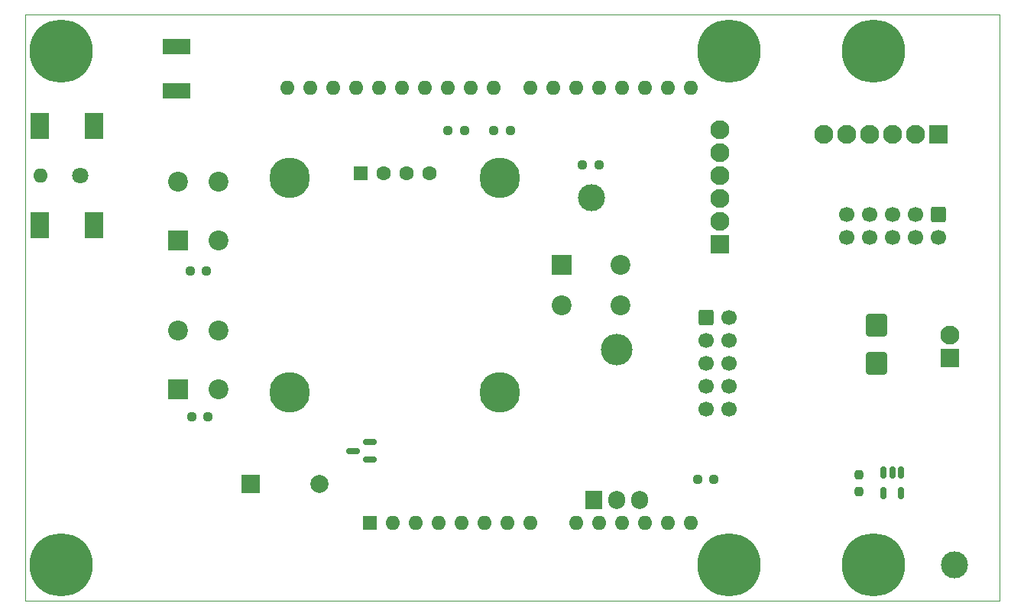
<source format=gbr>
%TF.GenerationSoftware,KiCad,Pcbnew,7.0.7*%
%TF.CreationDate,2023-11-20T16:24:37-05:00*%
%TF.ProjectId,moonratII,6d6f6f6e-7261-4744-9949-2e6b69636164,1.0*%
%TF.SameCoordinates,Original*%
%TF.FileFunction,Soldermask,Top*%
%TF.FilePolarity,Negative*%
%FSLAX46Y46*%
G04 Gerber Fmt 4.6, Leading zero omitted, Abs format (unit mm)*
G04 Created by KiCad (PCBNEW 7.0.7) date 2023-11-20 16:24:37*
%MOMM*%
%LPD*%
G01*
G04 APERTURE LIST*
G04 Aperture macros list*
%AMRoundRect*
0 Rectangle with rounded corners*
0 $1 Rounding radius*
0 $2 $3 $4 $5 $6 $7 $8 $9 X,Y pos of 4 corners*
0 Add a 4 corners polygon primitive as box body*
4,1,4,$2,$3,$4,$5,$6,$7,$8,$9,$2,$3,0*
0 Add four circle primitives for the rounded corners*
1,1,$1+$1,$2,$3*
1,1,$1+$1,$4,$5*
1,1,$1+$1,$6,$7*
1,1,$1+$1,$8,$9*
0 Add four rect primitives between the rounded corners*
20,1,$1+$1,$2,$3,$4,$5,0*
20,1,$1+$1,$4,$5,$6,$7,0*
20,1,$1+$1,$6,$7,$8,$9,0*
20,1,$1+$1,$8,$9,$2,$3,0*%
G04 Aperture macros list end*
%ADD10C,0.800000*%
%ADD11C,7.000000*%
%ADD12RoundRect,0.237500X0.250000X0.237500X-0.250000X0.237500X-0.250000X-0.237500X0.250000X-0.237500X0*%
%ADD13C,3.000000*%
%ADD14R,2.200000X2.200000*%
%ADD15C,2.200000*%
%ADD16R,2.100000X2.100000*%
%ADD17C,2.100000*%
%ADD18RoundRect,0.237500X0.237500X-0.250000X0.237500X0.250000X-0.237500X0.250000X-0.237500X-0.250000X0*%
%ADD19RoundRect,0.250000X-0.600000X0.600000X-0.600000X-0.600000X0.600000X-0.600000X0.600000X0.600000X0*%
%ADD20C,1.700000*%
%ADD21O,1.600000X1.600000*%
%ADD22C,1.800000*%
%ADD23R,2.000000X3.000000*%
%ADD24R,2.000000X2.999999*%
%ADD25R,3.150000X1.780000*%
%ADD26O,3.500000X3.500000*%
%ADD27R,1.905000X2.000000*%
%ADD28O,1.905000X2.000000*%
%ADD29R,2.000000X2.000000*%
%ADD30C,2.000000*%
%ADD31R,1.600000X1.600000*%
%ADD32C,1.600000*%
%ADD33C,4.500000*%
%ADD34RoundRect,0.250000X-0.900000X1.000000X-0.900000X-1.000000X0.900000X-1.000000X0.900000X1.000000X0*%
%ADD35RoundRect,0.237500X-0.250000X-0.237500X0.250000X-0.237500X0.250000X0.237500X-0.250000X0.237500X0*%
%ADD36RoundRect,0.150000X0.587500X0.150000X-0.587500X0.150000X-0.587500X-0.150000X0.587500X-0.150000X0*%
%ADD37RoundRect,0.150000X-0.150000X0.512500X-0.150000X-0.512500X0.150000X-0.512500X0.150000X0.512500X0*%
%ADD38RoundRect,0.250000X-0.600000X-0.600000X0.600000X-0.600000X0.600000X0.600000X-0.600000X0.600000X0*%
%TA.AperFunction,Profile*%
%ADD39C,0.100000*%
%TD*%
G04 APERTURE END LIST*
D10*
%TO.C,H2*%
X51375000Y-146000000D03*
X52143845Y-144143845D03*
X52143845Y-147856155D03*
X54000000Y-143375000D03*
D11*
X54000000Y-146000000D03*
D10*
X54000000Y-148625000D03*
X55856155Y-144143845D03*
X55856155Y-147856155D03*
X56625000Y-146000000D03*
%TD*%
D12*
%TO.C,R2*%
X103782500Y-97790000D03*
X101957500Y-97790000D03*
%TD*%
D13*
%TO.C,TP2*%
X153000000Y-146000000D03*
%TD*%
D14*
%TO.C,SW1*%
X67000000Y-110000000D03*
D15*
X67000000Y-103500000D03*
X71500000Y-110000000D03*
X71500000Y-103500000D03*
%TD*%
D10*
%TO.C,H3*%
X125375000Y-146000000D03*
X126143845Y-144143845D03*
X126143845Y-147856155D03*
X128000000Y-143375000D03*
D11*
X128000000Y-146000000D03*
D10*
X128000000Y-148625000D03*
X129856155Y-144143845D03*
X129856155Y-147856155D03*
X130625000Y-146000000D03*
%TD*%
D16*
%TO.C,J9*%
X151250000Y-98250000D03*
D17*
X148710000Y-98250000D03*
X146170000Y-98250000D03*
X143630000Y-98250000D03*
X141090000Y-98250000D03*
X138550000Y-98250000D03*
%TD*%
D18*
%TO.C,R7*%
X142400000Y-137842214D03*
X142400000Y-136017214D03*
%TD*%
D19*
%TO.C,J10*%
X151250000Y-107125000D03*
D20*
X151250000Y-109665000D03*
X148710000Y-107125000D03*
X148710000Y-109665000D03*
X146170000Y-107125000D03*
X146170000Y-109665000D03*
X143630000Y-107125000D03*
X143630000Y-109665000D03*
X141090000Y-107125000D03*
X141090000Y-109665000D03*
%TD*%
D21*
%TO.C,J1*%
X51750000Y-102800000D03*
D22*
X56150000Y-102800000D03*
D23*
X57650000Y-97300000D03*
X57650000Y-108300000D03*
X51650000Y-108300000D03*
D24*
X51650000Y-97300000D03*
%TD*%
D12*
%TO.C,R3*%
X113585000Y-101600000D03*
X111760000Y-101600000D03*
%TD*%
D14*
%TO.C,SW3*%
X67000000Y-126500000D03*
D15*
X67000000Y-120000000D03*
X71500000Y-126500000D03*
X71500000Y-120000000D03*
%TD*%
D25*
%TO.C,F1*%
X66840707Y-93429293D03*
X66840707Y-88499293D03*
%TD*%
D16*
%TO.C,J6*%
X127000000Y-110450000D03*
D17*
X127000000Y-107910000D03*
X127000000Y-105370000D03*
X127000000Y-102830000D03*
X127000000Y-100290000D03*
X127000000Y-97750000D03*
%TD*%
D13*
%TO.C,TP1*%
X112749993Y-105250005D03*
%TD*%
D16*
%TO.C,J11*%
X152500000Y-123099714D03*
D17*
X152500000Y-120559714D03*
%TD*%
D10*
%TO.C,H6*%
X141375000Y-146000000D03*
X142143845Y-144143845D03*
X142143845Y-147856155D03*
X144000000Y-143375000D03*
D11*
X144000000Y-146000000D03*
D10*
X144000000Y-148625000D03*
X145856155Y-144143845D03*
X145856155Y-147856155D03*
X146625000Y-146000000D03*
%TD*%
D26*
%TO.C,Q1*%
X115570000Y-122110000D03*
D27*
X113030000Y-138770000D03*
D28*
X115570000Y-138770000D03*
X118110000Y-138770000D03*
%TD*%
D10*
%TO.C,H4*%
X125375000Y-89000000D03*
X126143845Y-87143845D03*
X126143845Y-90856155D03*
X128000000Y-86375000D03*
D11*
X128000000Y-89000000D03*
D10*
X128000000Y-91625000D03*
X129856155Y-87143845D03*
X129856155Y-90856155D03*
X130625000Y-89000000D03*
%TD*%
%TO.C,H1*%
X51375000Y-89000000D03*
X52143845Y-87143845D03*
X52143845Y-90856155D03*
X54000000Y-86375000D03*
D11*
X54000000Y-89000000D03*
D10*
X54000000Y-91625000D03*
X55856155Y-87143845D03*
X55856155Y-90856155D03*
X56625000Y-89000000D03*
%TD*%
D29*
%TO.C,BZ1*%
X75000000Y-137000000D03*
D30*
X82620000Y-137000000D03*
%TD*%
D12*
%TO.C,R4*%
X70312500Y-129600000D03*
X68487500Y-129600000D03*
%TD*%
D31*
%TO.C,J2*%
X87190000Y-102540000D03*
D32*
X89730000Y-102540000D03*
X92270000Y-102540000D03*
X94810000Y-102540000D03*
D33*
X79350000Y-103100000D03*
X102650000Y-103100000D03*
X79350000Y-126900000D03*
X102650000Y-126900000D03*
%TD*%
D14*
%TO.C,SW2*%
X109500000Y-112750000D03*
D15*
X116000000Y-112750000D03*
X109500000Y-117250000D03*
X116000000Y-117250000D03*
%TD*%
D34*
%TO.C,D1*%
X144400000Y-119380000D03*
X144400000Y-123680000D03*
%TD*%
D12*
%TO.C,R5*%
X70112500Y-113400000D03*
X68287500Y-113400000D03*
%TD*%
D35*
%TO.C,R1*%
X124540000Y-136525000D03*
X126365000Y-136525000D03*
%TD*%
D10*
%TO.C,H5*%
X141375000Y-89000000D03*
X142143845Y-87143845D03*
X142143845Y-90856155D03*
X144000000Y-86375000D03*
D11*
X144000000Y-89000000D03*
D10*
X144000000Y-91625000D03*
X145856155Y-87143845D03*
X145856155Y-90856155D03*
X146625000Y-89000000D03*
%TD*%
D36*
%TO.C,Q2*%
X88235000Y-134300000D03*
X88235000Y-132400000D03*
X86360000Y-133350000D03*
%TD*%
D37*
%TO.C,U1*%
X147050000Y-135792214D03*
X146100000Y-135792214D03*
X145150000Y-135792214D03*
X145150000Y-138067214D03*
X147050000Y-138067214D03*
%TD*%
D38*
%TO.C,J5*%
X125460000Y-118600000D03*
D20*
X128000000Y-118600000D03*
X125460000Y-121140000D03*
X128000000Y-121140000D03*
X125460000Y-123680000D03*
X128000000Y-123680000D03*
X125460000Y-126220000D03*
X128000000Y-126220000D03*
X125460000Y-128760000D03*
X128000000Y-128760000D03*
%TD*%
D12*
%TO.C,R6*%
X98702500Y-97790000D03*
X96877500Y-97790000D03*
%TD*%
D31*
%TO.C,A1*%
X88225000Y-141330000D03*
D21*
X90765000Y-141330000D03*
X93305000Y-141330000D03*
X95845000Y-141330000D03*
X98385000Y-141330000D03*
X100925000Y-141330000D03*
X103465000Y-141330000D03*
X106005000Y-141330000D03*
X111085000Y-141330000D03*
X113625000Y-141330000D03*
X116165000Y-141330000D03*
X118705000Y-141330000D03*
X121245000Y-141330000D03*
X123785000Y-141330000D03*
X123785000Y-93070000D03*
X121245000Y-93070000D03*
X118705000Y-93070000D03*
X116165000Y-93070000D03*
X113625000Y-93070000D03*
X111085000Y-93070000D03*
X108545000Y-93070000D03*
X106005000Y-93070000D03*
X101945000Y-93070000D03*
X99405000Y-93070000D03*
X96865000Y-93070000D03*
X94325000Y-93070000D03*
X91785000Y-93070000D03*
X89245000Y-93070000D03*
X86705000Y-93070000D03*
X84165000Y-93070000D03*
X81625000Y-93070000D03*
X79085000Y-93070000D03*
%TD*%
D39*
X50000000Y-150000000D02*
X158000000Y-150000000D01*
X158000000Y-85000000D02*
X50000000Y-85000000D01*
X50000000Y-85000000D02*
X50000000Y-150000000D01*
X158000000Y-150000000D02*
X158000000Y-85000000D01*
M02*

</source>
